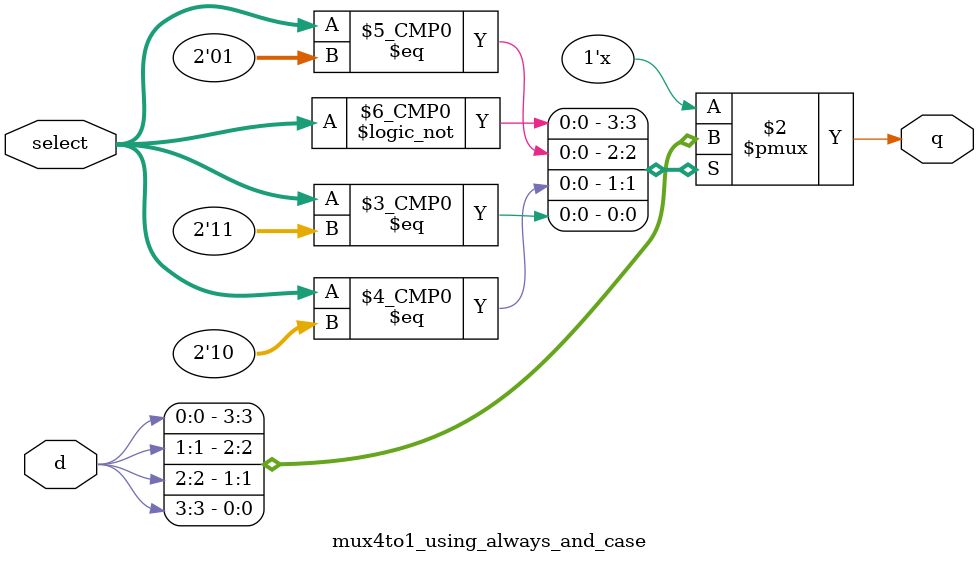
<source format=v>

module mux4to1_using_always_and_case( select, d, q );


input[1:0] select; //declaring inputs for select 
input[3:0] d; // declaring inputs for mux
output  q; // declaring output     

reg       q;
wire[1:0] select;
wire[3:0] d; // declaring wires to be used

always @( select or d ) //sensitivities (mentioned) 
begin // initialising always 
   case( select ) //use of case to implement the value of output
        0 : q = d[0]; 
        1 : q = d[1];
        2 : q = d[2];
        3 : q = d[3];
   endcase
end // ending always

endmodule
</source>
